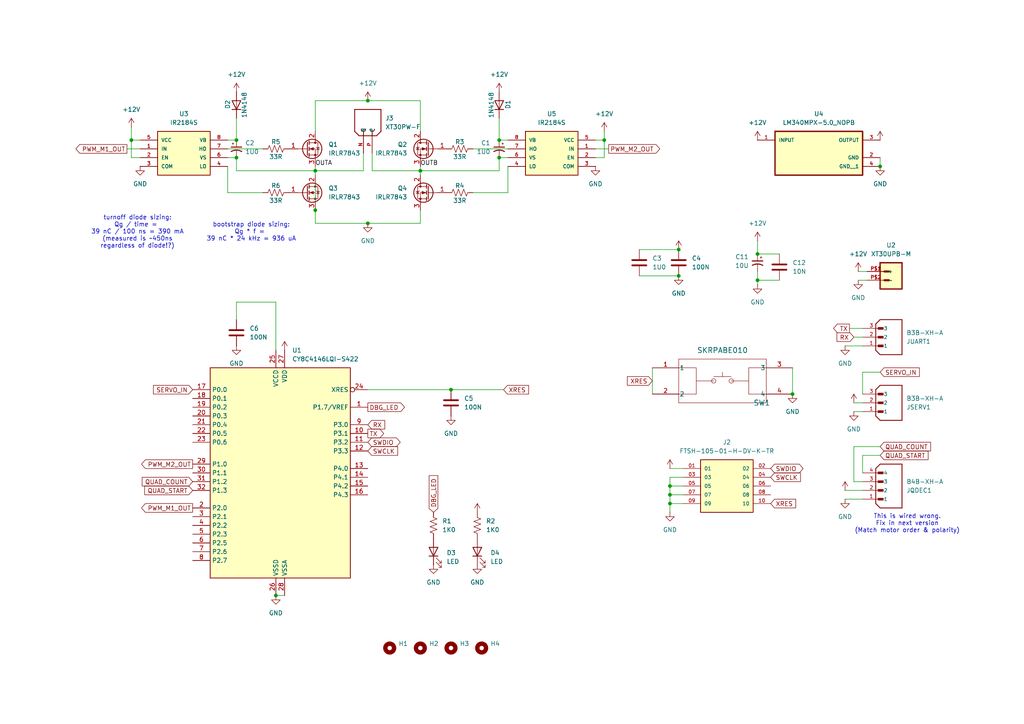
<source format=kicad_sch>
(kicad_sch (version 20231120) (generator "eeschema") (generator_version "8.0")
  (paper "A4")
  (lib_symbols
    (symbol "B3B-XH-A:B3B-XH-A" (pin_names (offset 1.016))
      (property "Reference" "J" (at -2.54 6.35 0))
      (property "Value" "B3B-XH-A" (at -2.54 -7.62 0))
      (symbol "B3B-XH-A_0_0"
        (rectangle (start -3.175 -2.8575) (end -1.5875 -2.2225) (stroke (width 0.1)) (fill (type outline)))
        (rectangle (start -3.175 -0.3175) (end -1.5875 0.3175) (stroke (width 0.1)) (fill (type outline)))
        (rectangle (start -3.175 2.2225) (end -1.5875 2.8575) (stroke (width 0.1)) (fill (type outline)))
        (polyline (pts (xy -3.81 -3.81) (xy -2.54 -5.08)) (stroke (width 0.254)))
        (polyline (pts (xy -3.81 3.81) (xy -3.81 -3.81)) (stroke (width 0.254)))
        (polyline (pts (xy -3.81 3.81) (xy -2.54 5.08)) (stroke (width 0.254)))
        (polyline (pts (xy -2.54 -5.08) (xy 3.81 -5.08)) (stroke (width 0.254)))
        (polyline (pts (xy 3.81 -5.08) (xy 3.81 5.08)) (stroke (width 0.254)))
        (polyline (pts (xy 3.81 5.08) (xy -2.54 5.08)) (stroke (width 0.254)))
        (pin passive line (at -7.62 2.54 0) (length 5.08) (name "1") (number "1"))
        (pin passive line (at -7.62 0 0) (length 5.08) (name "2") (number "2"))
        (pin passive line (at -7.62 -2.54 0) (length 5.08) (name "3") (number "3"))
      )
    )
    (symbol "B4B-XH-A:B4B-XH-A" (pin_names (offset 1.016))
      (property "Reference" "J" (at -2.54 6.35 0))
      (property "Value" "B4B-XH-A" (at -2.54 -10.16 0))
      (symbol "B4B-XH-A_0_0"
        (rectangle (start -3.175 -5.3975) (end -1.5875 -4.7625) (stroke (width 0.1)) (fill (type outline)))
        (rectangle (start -3.175 -2.8575) (end -1.5875 -2.2225) (stroke (width 0.1)) (fill (type outline)))
        (rectangle (start -3.175 -0.3175) (end -1.5875 0.3175) (stroke (width 0.1)) (fill (type outline)))
        (rectangle (start -3.175 2.2225) (end -1.5875 2.8575) (stroke (width 0.1)) (fill (type outline)))
        (polyline (pts (xy -3.81 -6.35) (xy -2.54 -7.62)) (stroke (width 0.254)))
        (polyline (pts (xy -3.81 3.81) (xy -3.81 -6.35)) (stroke (width 0.254)))
        (polyline (pts (xy -3.81 3.81) (xy -2.54 5.08)) (stroke (width 0.254)))
        (polyline (pts (xy -2.54 -7.62) (xy 3.81 -7.62)) (stroke (width 0.254)))
        (polyline (pts (xy 3.81 -7.62) (xy 3.81 5.08)) (stroke (width 0.254)))
        (polyline (pts (xy 3.81 5.08) (xy -2.54 5.08)) (stroke (width 0.254)))
        (pin passive line (at -7.62 2.54 0) (length 5.08) (name "1") (number "1"))
        (pin passive line (at -7.62 0 0) (length 5.08) (name "2") (number "2"))
        (pin passive line (at -7.62 -2.54 0) (length 5.08) (name "3") (number "3"))
        (pin passive line (at -7.62 -5.08 0) (length 5.08) (name "4") (number "4"))
      )
    )
    (symbol "Device:C" (pin_numbers hide) (pin_names (offset 0.254))
      (property "Reference" "C" (at 0.635 2.54 0))
      (property "Value" "C" (at 0.635 -2.54 0))
      (symbol "C_0_1"
        (polyline (pts (xy -2.032 -0.762) (xy 2.032 -0.762)) (stroke (width 0.508)))
        (polyline (pts (xy -2.032 0.762) (xy 2.032 0.762)) (stroke (width 0.508)))
      )
      (symbol "C_1_1"
        (pin passive line (at 0 3.81 270) (length 2.794) (name "~") (number "1"))
        (pin passive line (at 0 -3.81 90) (length 2.794) (name "~") (number "2"))
      )
    )
    (symbol "Device:C_Polarized_Small_US" (pin_numbers hide) (pin_names (offset 0.254) hide)
      (property "Reference" "C" (at 0.254 1.778 0))
      (property "Value" "C_Polarized_Small_US" (at 0.254 -2.032 0))
      (symbol "C_Polarized_Small_US_0_1"
        (polyline (pts (xy -1.524 0.508) (xy 1.524 0.508)) (stroke (width 0.3048)))
        (polyline (pts (xy -1.27 1.524) (xy -0.762 1.524)))
        (polyline (pts (xy -1.016 1.27) (xy -1.016 1.778)))
        (arc (start 1.524 -0.762) (mid 0 -0.3734) (end -1.524 -0.762) (stroke (width 0.3048)))
      )
      (symbol "C_Polarized_Small_US_1_1"
        (pin passive line (at 0 2.54 270) (length 2.032) (name "~") (number "1"))
        (pin passive line (at 0 -2.54 90) (length 2.032) (name "~") (number "2"))
      )
    )
    (symbol "Device:LED" (pin_numbers hide) (pin_names (offset 1.016) hide)
      (property "Reference" "D" (at 0 2.54 0))
      (property "Value" "LED" (at 0 -2.54 0))
      (symbol "LED_0_1"
        (polyline (pts (xy -1.27 -1.27) (xy -1.27 1.27)) (stroke (width 0.254)))
        (polyline (pts (xy -1.27 0) (xy 1.27 0)))
        (polyline (pts (xy 1.27 -1.27) (xy 1.27 1.27) (xy -1.27 0) (xy 1.27 -1.27)) (stroke (width 0.254)))
        (polyline (pts (xy -3.048 -0.762) (xy -4.572 -2.286) (xy -3.81 -2.286) (xy -4.572 -2.286) (xy -4.572 -1.524)))
        (polyline (pts (xy -1.778 -0.762) (xy -3.302 -2.286) (xy -2.54 -2.286) (xy -3.302 -2.286) (xy -3.302 -1.524)))
      )
      (symbol "LED_1_1"
        (pin passive line (at -3.81 0 0) (length 2.54) (name "K") (number "1"))
        (pin passive line (at 3.81 0 180) (length 2.54) (name "A") (number "2"))
      )
    )
    (symbol "Device:Q_NMOS_GDS" (pin_names (offset 0) hide)
      (property "Reference" "Q" (at 5.08 1.27 0))
      (property "Value" "Q_NMOS_GDS" (at 5.08 -1.27 0))
      (symbol "Q_NMOS_GDS_0_1"
        (polyline (pts (xy 0.254 0) (xy -2.54 0)))
        (polyline (pts (xy 0.254 1.905) (xy 0.254 -1.905)) (stroke (width 0.254)))
        (polyline (pts (xy 0.762 -1.27) (xy 0.762 -2.286)) (stroke (width 0.254)))
        (polyline (pts (xy 0.762 0.508) (xy 0.762 -0.508)) (stroke (width 0.254)))
        (polyline (pts (xy 0.762 2.286) (xy 0.762 1.27)) (stroke (width 0.254)))
        (polyline (pts (xy 2.54 2.54) (xy 2.54 1.778)))
        (polyline (pts (xy 2.54 -2.54) (xy 2.54 0) (xy 0.762 0)))
        (polyline (pts (xy 0.762 -1.778) (xy 3.302 -1.778) (xy 3.302 1.778) (xy 0.762 1.778)))
        (polyline (pts (xy 1.016 0) (xy 2.032 0.381) (xy 2.032 -0.381) (xy 1.016 0)) (fill (type outline)))
        (polyline (pts (xy 2.794 0.508) (xy 2.921 0.381) (xy 3.683 0.381) (xy 3.81 0.254)))
        (polyline (pts (xy 3.302 0.381) (xy 2.921 -0.254) (xy 3.683 -0.254) (xy 3.302 0.381)))
        (circle (center 1.651 0) (radius 2.794) (stroke (width 0.254)))
        (circle (center 2.54 -1.778) (radius 0.254) (fill (type outline)))
        (circle (center 2.54 1.778) (radius 0.254) (fill (type outline)))
      )
      (symbol "Q_NMOS_GDS_1_1"
        (pin input line (at -5.08 0 0) (length 2.54) (name "G") (number "1"))
        (pin passive line (at 2.54 5.08 270) (length 2.54) (name "D") (number "2"))
        (pin passive line (at 2.54 -5.08 90) (length 2.54) (name "S") (number "3"))
      )
    )
    (symbol "Device:R_US" (pin_numbers hide) (pin_names (offset 0))
      (property "Reference" "R" (at 2.54 0 90))
      (property "Value" "R_US" (at -2.54 0 90))
      (symbol "R_US_0_1"
        (polyline (pts (xy 0 -2.286) (xy 0 -2.54)))
        (polyline (pts (xy 0 2.286) (xy 0 2.54)))
        (polyline (pts (xy 0 -0.762) (xy 1.016 -1.143) (xy 0 -1.524) (xy -1.016 -1.905) (xy 0 -2.286)))
        (polyline (pts (xy 0 0.762) (xy 1.016 0.381) (xy 0 0) (xy -1.016 -0.381) (xy 0 -0.762)))
        (polyline (pts (xy 0 2.286) (xy 1.016 1.905) (xy 0 1.524) (xy -1.016 1.143) (xy 0 0.762)))
      )
      (symbol "R_US_1_1"
        (pin passive line (at 0 3.81 270) (length 1.27) (name "~") (number "1"))
        (pin passive line (at 0 -3.81 90) (length 1.27) (name "~") (number "2"))
      )
    )
    (symbol "Diode:1N4148" (pin_numbers hide) (pin_names hide)
      (property "Reference" "D" (at 0 2.54 0))
      (property "Value" "1N4148" (at 0 -2.54 0))
      (symbol "1N4148_0_1"
        (polyline (pts (xy -1.27 1.27) (xy -1.27 -1.27)) (stroke (width 0.254)))
        (polyline (pts (xy 1.27 0) (xy -1.27 0)))
        (polyline (pts (xy 1.27 1.27) (xy 1.27 -1.27) (xy -1.27 0) (xy 1.27 1.27)) (stroke (width 0.254)))
      )
      (symbol "1N4148_1_1"
        (pin passive line (at -3.81 0 0) (length 2.54) (name "K") (number "1"))
        (pin passive line (at 3.81 0 180) (length 2.54) (name "A") (number "2"))
      )
    )
    (symbol "FTSH-105-01-H-DV-K-TR:FTSH-105-01-H-DV-K-TR" (pin_names (offset 1.016))
      (property "Reference" "J" (at -8.12 7.62 0))
      (property "Value" "FTSH-105-01-H-DV-K-TR" (at -7.62 -10.16 0))
      (symbol "FTSH-105-01-H-DV-K-TR_0_0"
        (rectangle (start -7.62 -7.62) (end 7.62 7.62) (stroke (width 0.254)) (fill (type background)))
        (pin passive line (at -12.7 5.08 0) (length 5.08) (name "01") (number "01"))
        (pin passive line (at 12.7 5.08 180) (length 5.08) (name "02") (number "02"))
        (pin passive line (at -12.7 2.54 0) (length 5.08) (name "03") (number "03"))
        (pin passive line (at 12.7 2.54 180) (length 5.08) (name "04") (number "04"))
        (pin passive line (at -12.7 0 0) (length 5.08) (name "05") (number "05"))
        (pin passive line (at 12.7 0 180) (length 5.08) (name "06") (number "06"))
        (pin passive line (at -12.7 -2.54 0) (length 5.08) (name "07") (number "07"))
        (pin passive line (at 12.7 -2.54 180) (length 5.08) (name "08") (number "08"))
        (pin passive line (at -12.7 -5.08 0) (length 5.08) (name "09") (number "09"))
        (pin passive line (at 12.7 -5.08 180) (length 5.08) (name "10") (number "10"))
      )
    )
    (symbol "IR2184S:IR2184S" (pin_names (offset 1.016))
      (property "Reference" "U" (at -7.62 6.604 0))
      (symbol "IR2184S_0_0"
        (rectangle (start -7.62 -7.62) (end 7.62 5.08) (stroke (width 0.254)) (fill (type background)))
        (pin bidirectional line (at -12.7 0 0) (length 5.08) (name "IN") (number "1"))
        (pin bidirectional line (at -12.7 -2.54 0) (length 5.08) (name "EN") (number "2"))
        (pin bidirectional line (at -12.7 -5.08 0) (length 5.08) (name "COM") (number "3"))
        (pin bidirectional line (at 12.7 -5.08 180) (length 5.08) (name "LO") (number "4"))
        (pin bidirectional line (at -12.7 2.54 0) (length 5.08) (name "VCC") (number "5"))
        (pin bidirectional line (at 12.7 -2.54 180) (length 5.08) (name "VS") (number "6"))
        (pin bidirectional line (at 12.7 0 180) (length 5.08) (name "HO") (number "7"))
        (pin bidirectional line (at 12.7 2.54 180) (length 5.08) (name "VB") (number "8"))
      )
    )
    (symbol "LM340MPX-5.0_NOPB:LM340MPX-5.0_NOPB" (pin_names (offset 1.016))
      (property "Reference" "U" (at -12.7 6.08 0))
      (property "Value" "LM340MPX-5.0_NOPB" (at -12.7 -11.62 0))
      (symbol "LM340MPX-5.0_NOPB_0_0"
        (rectangle (start -12.7 -7.62) (end 12.7 5.08) (stroke (width 0.41)) (fill (type background)))
        (pin input line (at -17.78 2.54 0) (length 5.08) (name "INPUT") (number "1"))
        (pin power_in line (at 17.78 -2.54 180) (length 5.08) (name "GND") (number "2"))
        (pin output line (at 17.78 2.54 180) (length 5.08) (name "OUTPUT") (number "3"))
        (pin power_in line (at 17.78 -5.08 180) (length 5.08) (name "GND__1") (number "4"))
      )
    )
    (symbol "MCU_Cypress:CY8C4146LQI-S422"
      (property "Reference" "U" (at -19.05 31.75 0))
      (property "Value" "CY8C4146LQI-S422" (at 0 0 0))
      (symbol "CY8C4146LQI-S422_1_1"
        (rectangle (start -20.32 30.48) (end 20.32 -30.48) (stroke (width 0.254)) (fill (type background)))
        (pin bidirectional line (at 25.4 19.05 180) (length 5.08) (name "P1.7/VREF") (number "1"))
        (pin bidirectional line (at 25.4 11.43 180) (length 5.08) (name "P3.1") (number "10"))
        (pin bidirectional line (at 25.4 8.89 180) (length 5.08) (name "P3.2") (number "11"))
        (pin bidirectional line (at 25.4 6.35 180) (length 5.08) (name "P3.3") (number "12"))
        (pin bidirectional line (at 25.4 1.27 180) (length 5.08) (name "P4.0") (number "13"))
        (pin bidirectional line (at 25.4 -1.27 180) (length 5.08) (name "P4.1") (number "14"))
        (pin bidirectional line (at 25.4 -3.81 180) (length 5.08) (name "P4.2") (number "15"))
        (pin bidirectional line (at 25.4 -6.35 180) (length 5.08) (name "P4.3") (number "16"))
        (pin bidirectional line (at -25.4 24.13 0) (length 5.08) (name "P0.0") (number "17"))
        (pin bidirectional line (at -25.4 21.59 0) (length 5.08) (name "P0.1") (number "18"))
        (pin bidirectional line (at -25.4 19.05 0) (length 5.08) (name "P0.2") (number "19"))
        (pin bidirectional line (at -25.4 -10.16 0) (length 5.08) (name "P2.0") (number "2"))
        (pin bidirectional line (at -25.4 16.51 0) (length 5.08) (name "P0.3") (number "20"))
        (pin bidirectional line (at -25.4 13.97 0) (length 5.08) (name "P0.4") (number "21"))
        (pin bidirectional line (at -25.4 11.43 0) (length 5.08) (name "P0.5") (number "22"))
        (pin bidirectional line (at -25.4 8.89 0) (length 5.08) (name "P0.6") (number "23"))
        (pin input inverted (at 25.4 24.13 180) (length 5.08) (name "XRES") (number "24"))
        (pin power_in line (at -1.27 35.56 270) (length 5.08) (name "VCCD") (number "25"))
        (pin power_in line (at -1.27 -35.56 90) (length 5.08) (name "VSSD") (number "26"))
        (pin power_in line (at 1.27 35.56 270) (length 5.08) (name "VDD") (number "27"))
        (pin power_in line (at 1.27 -35.56 90) (length 5.08) (name "VSSA") (number "28"))
        (pin bidirectional line (at -25.4 2.54 0) (length 5.08) (name "P1.0") (number "29"))
        (pin bidirectional line (at -25.4 -12.7 0) (length 5.08) (name "P2.1") (number "3"))
        (pin bidirectional line (at -25.4 0 0) (length 5.08) (name "P1.1") (number "30"))
        (pin bidirectional line (at -25.4 -2.54 0) (length 5.08) (name "P1.2") (number "31"))
        (pin bidirectional line (at -25.4 -5.08 0) (length 5.08) (name "P1.3") (number "32"))
        (pin bidirectional line (at -25.4 -15.24 0) (length 5.08) (name "P2.2") (number "4"))
        (pin bidirectional line (at -25.4 -17.78 0) (length 5.08) (name "P2.3") (number "5"))
        (pin bidirectional line (at -25.4 -20.32 0) (length 5.08) (name "P2.5") (number "6"))
        (pin bidirectional line (at -25.4 -22.86 0) (length 5.08) (name "P2.6") (number "7"))
        (pin bidirectional line (at -25.4 -25.4 0) (length 5.08) (name "P2.7") (number "8"))
        (pin bidirectional line (at 25.4 13.97 180) (length 5.08) (name "P3.0") (number "9"))
      )
    )
    (symbol "Mechanical:MountingHole" (pin_names (offset 1.016)) (exclude_from_sim yes) (in_bom no)
      (property "Reference" "H" (at 0 5.08 0))
      (property "Value" "MountingHole" (at 0 3.175 0))
      (symbol "MountingHole_0_1"
        (circle (center 0 0) (radius 1.27) (stroke (width 1.27)))
      )
    )
    (symbol "SKRPAB:SKRPABE010" (pin_names (offset 0.254))
      (property "Reference" "SW" (at 20.32 7.62 0))
      (property "Value" "SKRPABE010" (at 20.32 5.08 0))
      (symbol "SKRPABE010_0_1"
        (polyline (pts (xy 7.62 -10.16) (xy 33.02 -10.16)) (stroke (width 0.127)))
        (polyline (pts (xy 7.62 -7.62) (xy 12.7 -7.62)) (stroke (width 0.127)))
        (polyline (pts (xy 7.62 0) (xy 12.7 0)) (stroke (width 0.127)))
        (polyline (pts (xy 7.62 2.54) (xy 7.62 -10.16)) (stroke (width 0.127)))
        (polyline (pts (xy 12.7 -3.81) (xy 17.78 -3.81)) (stroke (width 0.127)))
        (polyline (pts (xy 12.7 0) (xy 12.7 -7.62)) (stroke (width 0.127)))
        (polyline (pts (xy 17.78 -2.54) (xy 22.86 -2.54)) (stroke (width 0.127)))
        (polyline (pts (xy 20.32 -2.54) (xy 20.32 -1.27)) (stroke (width 0.127)))
        (polyline (pts (xy 27.94 -3.81) (xy 22.86 -3.81)) (stroke (width 0.127)))
        (polyline (pts (xy 27.94 0) (xy 27.94 -7.62)) (stroke (width 0.127)))
        (polyline (pts (xy 27.94 0) (xy 33.02 0)) (stroke (width 0.127)))
        (polyline (pts (xy 33.02 -10.16) (xy 33.02 2.54)) (stroke (width 0.127)))
        (polyline (pts (xy 33.02 -7.62) (xy 27.94 -7.62)) (stroke (width 0.127)))
        (polyline (pts (xy 33.02 2.54) (xy 7.62 2.54)) (stroke (width 0.127)))
        (circle (center 17.78 -3.81) (radius 0.635) (stroke (width 0.127)))
        (circle (center 22.86 -3.81) (radius 0.635) (stroke (width 0.127)))
        (pin unspecified line (at 0 0 0) (length 7.62) (name "1") (number "1"))
        (pin unspecified line (at 0 -7.62 0) (length 7.62) (name "2") (number "2"))
        (pin unspecified line (at 40.64 0 180) (length 7.62) (name "3") (number "3"))
        (pin unspecified line (at 40.64 -7.62 180) (length 7.62) (name "4") (number "4"))
      )
    )
    (symbol "XT30PW-F:XT30PW-F" (pin_names (offset 1.016))
      (property "Reference" "J" (at -7.62 3.81 0))
      (property "Value" "XT30PW-F" (at -7.62 -7.62 0))
      (symbol "XT30PW-F_0_0"
        (arc (start -1.905 -3.175) (mid -1.2727 -2.54) (end -1.905 -1.905) (stroke (width 0.254)))
        (arc (start -1.905 -0.635) (mid -1.2727 0) (end -1.905 0.635) (stroke (width 0.254)))
        (polyline (pts (xy -7.62 -5.08) (xy -7.62 2.54)) (stroke (width 0.254)))
        (polyline (pts (xy -7.62 2.54) (xy -1.27 2.54)) (stroke (width 0.254)))
        (polyline (pts (xy -1.27 -5.08) (xy -7.62 -5.08)) (stroke (width 0.254)))
        (polyline (pts (xy 0 -3.81) (xy -1.27 -5.08)) (stroke (width 0.254)))
        (polyline (pts (xy 0 -2.54) (xy -1.27 -2.54)) (stroke (width 0.254)))
        (polyline (pts (xy 0 0) (xy -1.27 0)) (stroke (width 0.254)))
        (polyline (pts (xy 0 0) (xy 0 -3.81)) (stroke (width 0.254)))
        (polyline (pts (xy 0 1.27) (xy -1.27 2.54)) (stroke (width 0.254)))
        (polyline (pts (xy 0 1.27) (xy 0 0)) (stroke (width 0.254)))
        (pin power_in line (at 5.08 -2.54 180) (length 5.08) (name "N") (number "N"))
        (pin power_in line (at 5.08 0 180) (length 5.08) (name "P") (number "P"))
      )
    )
    (symbol "XT30UPB-M:XT30UPB-M" (pin_names (offset 1.016))
      (property "Reference" "U" (at -2.54 5.588 0))
      (property "Value" "XT30UPB-M" (at -2.54 -4.826 0))
      (symbol "XT30UPB-M_0_0"
        (rectangle (start -2.54 -2.54) (end 3.81 5.08) (stroke (width 0.4064)) (fill (type background)))
        (polyline (pts (xy 1.27 0) (xy 2.54 0)) (stroke (width 0.6096)))
        (polyline (pts (xy 1.27 2.54) (xy 2.54 2.54)) (stroke (width 0.6096)))
        (pin passive line (at 7.62 2.54 180) (length 5.08) (name "+") (number "P$1"))
        (pin passive line (at 7.62 0 180) (length 5.08) (name "-") (number "P$2"))
      )
    )
    (symbol "power:+12V" (power) (pin_numbers hide) (pin_names (offset 0) hide)
      (property "Value" "+12V" (at 0 3.556 0))
      (symbol "+12V_0_1"
        (polyline (pts (xy -0.762 1.27) (xy 0 2.54)))
        (polyline (pts (xy 0 0) (xy 0 2.54)))
        (polyline (pts (xy 0 2.54) (xy 0.762 1.27)))
      )
      (symbol "+12V_1_1"
        (pin power_in line (at 0 0 90) (length 0) (name "~") (number "1"))
      )
    )
    (symbol "power:GND" (power) (pin_numbers hide) (pin_names (offset 0) hide)
      (property "Value" "GND" (at 0 -3.81 0))
      (symbol "GND_0_1"
        (polyline (pts (xy 0 0) (xy 0 -1.27) (xy 1.27 -1.27) (xy 0 -2.54) (xy -1.27 -1.27) (xy 0 -1.27)))
      )
      (symbol "GND_1_1"
        (pin power_in line (at 0 0 270) (length 0) (name "~") (number "1"))
      )
    )
    (symbol "power:VCC" (power) (pin_numbers hide) (pin_names (offset 0) hide)
      (property "Value" "VCC" (at 0 3.556 0))
      (symbol "VCC_0_1"
        (polyline (pts (xy -0.762 1.27) (xy 0 2.54)))
        (polyline (pts (xy 0 0) (xy 0 2.54)))
        (polyline (pts (xy 0 2.54) (xy 0.762 1.27)))
      )
      (symbol "VCC_1_1"
        (pin power_in line (at 0 0 90) (length 0) (name "~") (number "1"))
      )
    )
  )
  (junction (at 229.87 114.3))
  (junction (at 121.92 49.53))
  (junction (at 194.31 143.51))
  (junction (at 68.58 40.64))
  (junction (at 80.01 172.72))
  (junction (at 106.68 29.21))
  (junction (at 130.81 113.03))
  (junction (at 91.44 60.96))
  (junction (at 144.78 45.72))
  (junction (at 219.71 73.66))
  (junction (at 144.78 40.64))
  (junction (at 194.31 140.97))
  (junction (at 91.44 49.53))
  (junction (at 255.27 48.26))
  (junction (at 38.1 40.64))
  (junction (at 194.31 146.05))
  (junction (at 219.71 81.28))
  (junction (at 196.85 72.39))
  (junction (at 196.85 80.01))
  (junction (at 175.26 40.64))
  (junction (at 68.58 45.72))
  (junction (at 106.68 64.77))
  (wire (pts (xy 137.16 43.18) (xy 147.32 43.18)))
  (wire (pts (xy 40.64 45.72) (xy 38.1 45.72)))
  (wire (pts (xy 80.01 87.63) (xy 68.58 87.63)))
  (wire (pts (xy 121.92 60.96) (xy 121.92 64.77)))
  (wire (pts (xy 255.27 129.54) (xy 247.65 129.54)))
  (wire (pts (xy 130.81 113.03) (xy 106.68 113.03)))
  (wire (pts (xy 194.31 135.89) (xy 198.12 135.89)))
  (wire (pts (xy 247.65 119.38) (xy 250.19 119.38)))
  (wire (pts (xy 146.05 113.03) (xy 130.81 113.03)))
  (wire (pts (xy 68.58 49.53) (xy 91.44 49.53)))
  (wire (pts (xy 219.71 81.28) (xy 219.71 78.74)))
  (wire (pts (xy 144.78 40.64) (xy 147.32 40.64)))
  (wire (pts (xy 121.92 48.26) (xy 121.92 49.53)))
  (wire (pts (xy 66.04 48.26) (xy 66.04 55.88)))
  (wire (pts (xy 175.26 38.1) (xy 175.26 40.64)))
  (wire (pts (xy 144.78 45.72) (xy 147.32 45.72)))
  (wire (pts (xy 175.26 40.64) (xy 175.26 45.72)))
  (wire (pts (xy 91.44 53.34) (xy 91.44 60.96)))
  (wire (pts (xy 229.87 106.68) (xy 229.87 114.3)))
  (wire (pts (xy 250.19 132.08) (xy 250.19 137.16)))
  (wire (pts (xy 91.44 64.77) (xy 106.68 64.77)))
  (wire (pts (xy 246.38 95.25) (xy 250.19 95.25)))
  (wire (pts (xy 105.41 44.45) (xy 105.41 49.53)))
  (wire (pts (xy 66.04 40.64) (xy 68.58 40.64)))
  (wire (pts (xy 245.11 144.78) (xy 250.19 144.78)))
  (wire (pts (xy 255.27 45.72) (xy 255.27 48.26)))
  (wire (pts (xy 137.16 55.88) (xy 147.32 55.88)))
  (wire (pts (xy 68.58 49.53) (xy 68.58 45.72)))
  (wire (pts (xy 198.12 138.43) (xy 194.31 138.43)))
  (wire (pts (xy 38.1 45.72) (xy 38.1 40.64)))
  (wire (pts (xy 185.42 80.01) (xy 196.85 80.01)))
  (wire (pts (xy 255.27 107.95) (xy 250.19 107.95)))
  (wire (pts (xy 107.95 44.45) (xy 107.95 49.53)))
  (wire (pts (xy 80.01 172.72) (xy 82.55 172.72)))
  (wire (pts (xy 91.44 29.21) (xy 106.68 29.21)))
  (wire (pts (xy 38.1 36.83) (xy 38.1 40.64)))
  (wire (pts (xy 91.44 29.21) (xy 91.44 38.1)))
  (wire (pts (xy 194.31 148.59) (xy 194.31 146.05)))
  (wire (pts (xy 251.46 78.74) (xy 248.92 78.74)))
  (wire (pts (xy 68.58 34.29) (xy 68.58 40.64)))
  (wire (pts (xy 194.31 138.43) (xy 194.31 140.97)))
  (wire (pts (xy 247.65 97.79) (xy 250.19 97.79)))
  (wire (pts (xy 219.71 82.55) (xy 219.71 81.28)))
  (wire (pts (xy 91.44 49.53) (xy 91.44 50.8)))
  (wire (pts (xy 91.44 60.96) (xy 91.44 64.77)))
  (wire (pts (xy 219.71 81.28) (xy 226.06 81.28)))
  (wire (pts (xy 107.95 49.53) (xy 121.92 49.53)))
  (wire (pts (xy 185.42 72.39) (xy 196.85 72.39)))
  (wire (pts (xy 194.31 146.05) (xy 198.12 146.05)))
  (wire (pts (xy 144.78 34.29) (xy 144.78 40.64)))
  (wire (pts (xy 245.11 142.24) (xy 250.19 142.24)))
  (wire (pts (xy 219.71 69.85) (xy 219.71 73.66)))
  (wire (pts (xy 247.65 116.84) (xy 250.19 116.84)))
  (wire (pts (xy 251.46 81.28) (xy 248.92 81.28)))
  (wire (pts (xy 189.23 106.68) (xy 189.23 114.3)))
  (wire (pts (xy 245.11 100.33) (xy 250.19 100.33)))
  (wire (pts (xy 38.1 40.64) (xy 40.64 40.64)))
  (wire (pts (xy 36.83 43.18) (xy 40.64 43.18)))
  (wire (pts (xy 66.04 43.18) (xy 76.2 43.18)))
  (wire (pts (xy 147.32 48.26) (xy 147.32 55.88)))
  (wire (pts (xy 194.31 140.97) (xy 198.12 140.97)))
  (wire (pts (xy 80.01 101.6) (xy 80.01 87.63)))
  (wire (pts (xy 106.68 64.77) (xy 121.92 64.77)))
  (wire (pts (xy 172.72 45.72) (xy 175.26 45.72)))
  (wire (pts (xy 194.31 143.51) (xy 198.12 143.51)))
  (wire (pts (xy 247.65 139.7) (xy 250.19 139.7)))
  (wire (pts (xy 255.27 132.08) (xy 250.19 132.08)))
  (wire (pts (xy 250.19 107.95) (xy 250.19 114.3)))
  (wire (pts (xy 247.65 129.54) (xy 247.65 139.7)))
  (wire (pts (xy 121.92 49.53) (xy 121.92 50.8)))
  (wire (pts (xy 144.78 49.53) (xy 144.78 45.72)))
  (wire (pts (xy 172.72 43.18) (xy 176.53 43.18)))
  (wire (pts (xy 121.92 29.21) (xy 121.92 38.1)))
  (wire (pts (xy 105.41 49.53) (xy 91.44 49.53)))
  (wire (pts (xy 172.72 40.64) (xy 175.26 40.64)))
  (wire (pts (xy 194.31 140.97) (xy 194.31 143.51)))
  (wire (pts (xy 121.92 29.21) (xy 106.68 29.21)))
  (wire (pts (xy 66.04 45.72) (xy 68.58 45.72)))
  (wire (pts (xy 91.44 48.26) (xy 91.44 49.53)))
  (wire (pts (xy 68.58 87.63) (xy 68.58 92.71)))
  (wire (pts (xy 194.31 143.51) (xy 194.31 146.05)))
  (wire (pts (xy 66.04 55.88) (xy 76.2 55.88)))
  (wire (pts (xy 121.92 49.53) (xy 144.78 49.53)))
  (wire (pts (xy 219.71 73.66) (xy 226.06 73.66)))
  (text "bootstrap diode sizing:\nQg * f = \n39 nC * 24 kHz = 936 uA" (at 72.898 67.31 0) (effects (font (size 1.27 1.27))))
  (text "turnoff diode sizing:\nQg / time = \n39 nC / 100 ns = 390 mA\n(measured is ~450ns\nregardless of diode!?)" (at 39.878 67.31 0) (effects (font (size 1.27 1.27))))
  (text "This is wired wrong.\nFix in next version\n(Match motor order & polarity)" (at 263.144 151.892 0) (effects (font (size 1.27 1.27))))
  (label "OUTB" (at 121.92 48.26 0))
  (label "OUTA" (at 91.44 48.26 0))
  (global_label "SWDIO" (shape bidirectional) (at 106.68 128.27 0) (property "Intersheetrefs" "${INTERSHEET_REFS}" (effects (hide yes))))
  (global_label "RX" (shape input) (at 247.65 97.79 180) (property "Intersheetrefs" "${INTERSHEET_REFS}" (effects (hide yes))))
  (global_label "SERVO_IN" (shape input) (at 255.27 107.95 0) (property "Intersheetrefs" "${INTERSHEET_REFS}" (effects (hide yes))))
  (global_label "QUAD_START" (shape input) (at 55.88 142.24 180) (property "Intersheetrefs" "${INTERSHEET_REFS}" (effects (hide yes))))
  (global_label "XRES" (shape input) (at 146.05 113.03 0) (property "Intersheetrefs" "${INTERSHEET_REFS}" (effects (hide yes))))
  (global_label "SWCLK" (shape input) (at 106.68 130.81 0) (property "Intersheetrefs" "${INTERSHEET_REFS}" (effects (hide yes))))
  (global_label "SWCLK" (shape input) (at 223.52 138.43 0) (property "Intersheetrefs" "${INTERSHEET_REFS}" (effects (hide yes))))
  (global_label "TX" (shape output) (at 246.38 95.25 180) (property "Intersheetrefs" "${INTERSHEET_REFS}" (effects (hide yes))))
  (global_label "SWDIO" (shape bidirectional) (at 223.52 135.89 0) (property "Intersheetrefs" "${INTERSHEET_REFS}" (effects (hide yes))))
  (global_label "DBG_LED" (shape output) (at 106.68 118.11 0) (property "Intersheetrefs" "${INTERSHEET_REFS}" (effects (hide yes))))
  (global_label "XRES" (shape input) (at 223.52 146.05 0) (property "Intersheetrefs" "${INTERSHEET_REFS}" (effects (hide yes))))
  (global_label "QUAD_COUNT" (shape input) (at 55.88 139.7 180) (property "Intersheetrefs" "${INTERSHEET_REFS}" (effects (hide yes))))
  (global_label "RX" (shape input) (at 106.68 123.19 0) (property "Intersheetrefs" "${INTERSHEET_REFS}" (effects (hide yes))))
  (global_label "XRES" (shape input) (at 189.23 110.49 180) (property "Intersheetrefs" "${INTERSHEET_REFS}" (effects (hide yes))))
  (global_label "PWM_M2_OUT" (shape output) (at 55.88 134.62 180) (property "Intersheetrefs" "${INTERSHEET_REFS}" (effects (hide yes))))
  (global_label "QUAD_START" (shape input) (at 255.27 132.08 0) (property "Intersheetrefs" "${INTERSHEET_REFS}" (effects (hide yes))))
  (global_label "SERVO_IN" (shape input) (at 55.88 113.03 180) (property "Intersheetrefs" "${INTERSHEET_REFS}" (effects (hide yes))))
  (global_label "PWM_M1_OUT" (shape output) (at 36.83 43.18 180) (property "Intersheetrefs" "${INTERSHEET_REFS}" (effects (hide yes))))
  (global_label "TX" (shape output) (at 106.68 125.73 0) (property "Intersheetrefs" "${INTERSHEET_REFS}" (effects (hide yes))))
  (global_label "DBG_LED" (shape input) (at 125.73 148.59 90) (property "Intersheetrefs" "${INTERSHEET_REFS}" (effects (hide yes))))
  (global_label "PWM_M1_OUT" (shape output) (at 55.88 147.32 180) (property "Intersheetrefs" "${INTERSHEET_REFS}" (effects (hide yes))))
  (global_label "QUAD_COUNT" (shape input) (at 255.27 129.54 0) (property "Intersheetrefs" "${INTERSHEET_REFS}" (effects (hide yes))))
  (global_label "PWM_M2_OUT" (shape output) (at 176.53 43.18 0) (property "Intersheetrefs" "${INTERSHEET_REFS}" (effects (hide yes))))
  (symbol (lib_id "power:VCC") (at 196.85 72.39 0) (unit 1)
    (property "Reference" "#PWR015" (effects (hide yes)))
    (property "Value" "VCC" (effects (hide yes)))
    (property "Description" "Power symbol creates a global label with name \"VCC\"" (effects (hide yes)))
  )
  (symbol (lib_id "LM340MPX-5.0_NOPB:LM340MPX-5.0_NOPB") (at 237.49 43.18 0) (unit 1)
    (property "Reference" "U4" (at 237.49 33.02 0))
    (property "Value" "LM340MPX-5.0_NOPB" (at 237.49 35.56 0))
    (property "Footprint" "LM340MPX_5_0_NOPB:SOT230P700X180-4N" (effects (hide yes)))
    (property "MF" "Texas Instruments" (effects (hide yes)))
    (property "DESCRIPTION" "Linear Voltage Regulator IC 1 Output 1.5A SOT-223-4" (effects (hide yes)))
    (property "PACKAGE" "MSOP-12 National Semiconductor" (effects (hide yes)))
    (property "PRICE" "None" (effects (hide yes)))
    (property "MP" "LM340MP50" (effects (hide yes)))
    (property "AVAILABILITY" "Unavailable" (effects (hide yes)))
  )
  (symbol (lib_id "power:GND") (at 68.58 100.33 0) (unit 1)
    (property "Reference" "#PWR032" (effects (hide yes)))
    (property "Value" "GND" (at 68.58 105.41 0))
    (property "Description" "Power symbol creates a global label with name \"GND\" , ground" (effects (hide yes)))
  )
  (symbol (lib_id "Device:Q_NMOS_GDS") (at 88.9 43.18 0) (unit 1)
    (property "Reference" "Q1" (at 95.25 41.9099 0) (effects (justify left)))
    (property "Value" "IRLR7843" (at 95.25 44.4499 0) (effects (justify left)))
    (property "Footprint" "Package_TO_SOT_SMD:TO-252-2" (effects (hide yes)))
    (property "Description" "N-MOSFET transistor, gate/drain/source" (effects (hide yes)))
  )
  (symbol (lib_id "Device:C") (at 196.85 76.2 0) (unit 1)
    (property "Reference" "C4" (at 200.66 74.9299 0) (effects (justify left)))
    (property "Value" "100N" (at 200.66 77.4699 0) (effects (justify left)))
    (property "Footprint" "Capacitor_SMD:C_0603_1608Metric" (effects (hide yes)))
    (property "Description" "Unpolarized capacitor" (effects (hide yes)))
  )
  (symbol (lib_id "Diode:1N4148") (at 144.78 30.48 270) (mirror x) (unit 1)
    (property "Reference" "D1" (at 147.32 28.956 0) (effects (justify right)))
    (property "Value" "1N4148" (at 142.494 26.67 0) (effects (justify right)))
    (property "Footprint" "Diode_SMD:D_0603_1608Metric" (effects (hide yes)))
    (property "Datasheet" "https://assets.nexperia.com/documents/data-sheet/1N4148_1N4448.pdf" (effects (hide yes)))
    (property "Description" "100V 0.15A standard switching diode, DO-35" (effects (hide yes)))
    (property "Sim.Device" "D" (effects (hide yes)))
    (property "Sim.Pins" "1=K 2=A" (effects (hide yes)))
  )
  (symbol (lib_id "power:VCC") (at 247.65 116.84 0) (mirror y) (unit 1)
    (property "Reference" "#PWR025" (effects (hide yes)))
    (property "Value" "VCC" (effects (hide yes)))
    (property "Description" "Power symbol creates a global label with name \"VCC\"" (effects (hide yes)))
  )
  (symbol (lib_id "power:GND") (at 248.92 81.28 0) (mirror y) (unit 1)
    (property "Reference" "#PWR04" (effects (hide yes)))
    (property "Value" "GND" (at 248.92 86.36 0))
    (property "Description" "Power symbol creates a global label with name \"GND\" , ground" (effects (hide yes)))
  )
  (symbol (lib_id "Device:R_US") (at 80.01 55.88 270) (unit 1)
    (property "Reference" "R6" (at 80.01 53.848 90))
    (property "Value" "33R" (at 80.01 58.166 90))
    (property "Footprint" "Resistor_SMD:R_0603_1608Metric" (effects (hide yes)))
    (property "Description" "Resistor, US symbol" (effects (hide yes)))
  )
  (symbol (lib_id "power:GND") (at 130.81 120.65 0) (unit 1)
    (property "Reference" "#PWR031" (effects (hide yes)))
    (property "Value" "GND" (at 130.81 125.73 0))
    (property "Description" "Power symbol creates a global label with name \"GND\" , ground" (effects (hide yes)))
  )
  (symbol (lib_id "XT30UPB-M:XT30UPB-M") (at 259.08 81.28 0) (mirror y) (unit 1)
    (property "Reference" "U2" (at 258.445 71.12 0))
    (property "Value" "XT30UPB-M" (at 258.445 73.66 0))
    (property "Footprint" "XT30UPB-M:XT30UPB-M" (effects (hide yes)))
    (property "MF" "amass" (effects (hide yes)))
    (property "Description_1" "\nSocket; DC supply; XT30; male; PIN: 2; on PCBs; THT; yellow; 15A; 500V\n" (effects (hide yes)))
    (property "Package" "None" (effects (hide yes)))
    (property "Price" "None" (effects (hide yes)))
    (property "SnapEDA_Link" "https://www.snapeda.com/parts/XT30UPB-M/AMASS/view-part/?ref=snap" (effects (hide yes)))
    (property "MP" "XT30UPB-M" (effects (hide yes)))
    (property "Availability" "Not in stock" (effects (hide yes)))
    (property "Check_prices" "https://www.snapeda.com/parts/XT30UPB-M/AMASS/view-part/?ref=eda" (effects (hide yes)))
  )
  (symbol (lib_id "power:+12V") (at 219.71 69.85 0) (unit 1)
    (property "Reference" "#PWR017" (effects (hide yes)))
    (property "Value" "+12V" (at 219.71 64.77 0))
    (property "Description" "Power symbol creates a global label with name \"+12V\"" (effects (hide yes)))
  )
  (symbol (lib_id "B3B-XH-A:B3B-XH-A") (at 257.81 116.84 0) (mirror x) (unit 1)
    (property "Reference" "JSERV1" (at 262.89 118.1101 0) (effects (justify left)))
    (property "Value" "B3B-XH-A" (at 262.89 115.5701 0) (effects (justify left)))
    (property "Footprint" "B3B-XH-A:JST_B3B-XH-A" (effects (hide yes)))
    (property "MF" "JST Sales" (effects (hide yes)))
    (property "MAXIMUM_PACKAGE_HEIGHT" "7.00 mm" (effects (hide yes)))
    (property "Package" "None" (effects (hide yes)))
    (property "Price" "None" (effects (hide yes)))
    (property "Check_prices" "https://www.snapeda.com/parts/B3B-XH-A/JST+Sales+America+Inc./view-part/?ref=eda" (effects (hide yes)))
    (property "STANDARD" "Manufacturer Recommendations" (effects (hide yes)))
    (property "PARTREV" "7/4/21" (effects (hide yes)))
    (property "SnapEDA_Link" "https://www.snapeda.com/parts/B3B-XH-A/JST+Sales+America+Inc./view-part/?ref=snap" (effects (hide yes)))
    (property "MP" "B3B-XH-A" (effects (hide yes)))
    (property "Description_1" "\nConnector Header Through Hole 3 position 0.098 (2.50mm)\n" (effects (hide yes)))
    (property "Availability" "In Stock" (effects (hide yes)))
    (property "MANUFACTURER" "JST Sales America Inc." (effects (hide yes)))
  )
  (symbol (lib_id "power:GND") (at 125.73 163.83 0) (unit 1)
    (property "Reference" "#PWR020" (effects (hide yes)))
    (property "Value" "GND" (at 125.73 168.91 0))
    (property "Description" "Power symbol creates a global label with name \"GND\" , ground" (effects (hide yes)))
  )
  (symbol (lib_id "Device:LED") (at 125.73 160.02 90) (unit 1)
    (property "Reference" "D3" (at 129.54 160.3374 90) (effects (justify right)))
    (property "Value" "LED" (at 129.54 162.8774 90) (effects (justify right)))
    (property "Footprint" "LED_SMD:LED_0603_1608Metric_Pad1.05x0.95mm_HandSolder" (effects (hide yes)))
    (property "Description" "Light emitting diode" (effects (hide yes)))
  )
  (symbol (lib_id "power:VCC") (at 255.27 40.64 0) (unit 1)
    (property "Reference" "#PWR029" (effects (hide yes)))
    (property "Value" "VCC" (effects (hide yes)))
    (property "Description" "Power symbol creates a global label with name \"VCC\"" (effects (hide yes)))
  )
  (symbol (lib_id "IR2184S:IR2184S") (at 160.02 43.18 0) (mirror y) (unit 1)
    (property "Reference" "U5" (at 160.02 33.02 0))
    (property "Value" "IR2184S" (at 160.02 35.56 0))
    (property "Footprint" "IR2184STRPBF:SOIC8_INF" (effects (hide yes)))
    (property "MF" "Infineon" (effects (hide yes)))
    (property "DESCRIPTION" "MOSFET Driver" (effects (hide yes)))
    (property "PACKAGE" "SOIC-8" (effects (hide yes)))
    (property "MPN" "IR2184S" (effects (hide yes)))
    (property "Price" "None" (effects (hide yes)))
    (property "Package" "SOIC-8 Infineon" (effects (hide yes)))
    (property "Check_prices" "https://www.snapeda.com/parts/IR2184S/Infineon/view-part/?ref=eda" (effects (hide yes)))
    (property "VALUE" "IR2184S" (effects (hide yes)))
    (property "SnapEDA_Link" "https://www.snapeda.com/parts/IR2184S/Infineon/view-part/?ref=snap" (effects (hide yes)))
    (property "MP" "IR2184S" (effects (hide yes)))
    (property "Availability" "In Stock" (effects (hide yes)))
    (property "Description_1" "\n                        \n                            Half-Bridge Gate Driver IC Non-Inverting 8-SOIC\n                        \n" (effects (hide yes)))
  )
  (symbol (lib_id "power:VCC") (at 138.43 148.59 0) (unit 1)
    (property "Reference" "#PWR019" (effects (hide yes)))
    (property "Value" "VCC" (effects (hide yes)))
    (property "Description" "Power symbol creates a global label with name \"VCC\"" (effects (hide yes)))
  )
  (symbol (lib_id "B4B-XH-A:B4B-XH-A") (at 257.81 142.24 0) (mirror x) (unit 1)
    (property "Reference" "JQDEC1" (at 262.89 142.2401 0) (effects (justify left)))
    (property "Value" "B4B-XH-A" (at 262.89 139.7001 0) (effects (justify left)))
    (property "Footprint" "B4B-XH-A:JST_B4B-XH-A" (effects (hide yes)))
    (property "MF" "JST Sales" (effects (hide yes)))
    (property "MAXIMUM_PACKAGE_HEIGHT" "7.00 mm" (effects (hide yes)))
    (property "Package" "None" (effects (hide yes)))
    (property "Price" "None" (effects (hide yes)))
    (property "Check_prices" "https://www.snapeda.com/parts/B4B-XH-A/JST+Sales+America+Inc./view-part/?ref=eda" (effects (hide yes)))
    (property "STANDARD" "Manufacturer Recommendations" (effects (hide yes)))
    (property "PARTREV" "7/4/21" (effects (hide yes)))
    (property "SnapEDA_Link" "https://www.snapeda.com/parts/B4B-XH-A/JST+Sales+America+Inc./view-part/?ref=snap" (effects (hide yes)))
    (property "MP" "B4B-XH-A" (effects (hide yes)))
    (property "Description_1" "\nConnector Header Through Hole 4 position 0.098 (2.50mm)\n" (effects (hide yes)))
    (property "Availability" "In Stock" (effects (hide yes)))
    (property "MANUFACTURER" "JST" (effects (hide yes)))
  )
  (symbol (lib_id "power:GND") (at 247.65 119.38 0) (mirror y) (unit 1)
    (property "Reference" "#PWR026" (effects (hide yes)))
    (property "Value" "GND" (at 247.65 124.46 0))
    (property "Description" "Power symbol creates a global label with name \"GND\" , ground" (effects (hide yes)))
  )
  (symbol (lib_id "XT30PW-F:XT30PW-F") (at 107.95 39.37 270) (unit 1)
    (property "Reference" "J3" (at 111.76 34.2899 90) (effects (justify left)))
    (property "Value" "XT30PW-F" (at 111.76 36.8299 90) (effects (justify left)))
    (property "Footprint" "XT30PW-F:AMASS_XT30PW-F" (effects (hide yes)))
    (property "MF" "amass" (effects (hide yes)))
    (property "MAXIMUM_PACKAGE_HEIGHT" "5 mm" (effects (hide yes)))
    (property "Package" "None" (effects (hide yes)))
    (property "Price" "None" (effects (hide yes)))
    (property "Check_prices" "https://www.snapeda.com/parts/XT30PW-F/AMASS/view-part/?ref=eda" (effects (hide yes)))
    (property "STANDARD" "Manufacturer Recommendations" (effects (hide yes)))
    (property "PARTREV" "1.2" (effects (hide yes)))
    (property "SnapEDA_Link" "https://www.snapeda.com/parts/XT30PW-F/AMASS/view-part/?ref=snap" (effects (hide yes)))
    (property "MP" "XT30PW-F" (effects (hide yes)))
    (property "Description_1" "\nSocket; DC supply; XT30; female; PIN: 2; on PCBs; THT; yellow; 15A\n" (effects (hide yes)))
    (property "MANUFACTURER" "Amass" (effects (hide yes)))
    (property "Availability" "Not in stock" (effects (hide yes)))
    (property "SNAPEDA_PN" "XT30PW-F" (effects (hide yes)))
  )
  (symbol (lib_id "power:GND") (at 196.85 80.01 0) (unit 1)
    (property "Reference" "#PWR016" (effects (hide yes)))
    (property "Value" "GND" (at 196.85 85.09 0))
    (property "Description" "Power symbol creates a global label with name \"GND\" , ground" (effects (hide yes)))
  )
  (symbol (lib_id "Device:R_US") (at 133.35 43.18 270) (unit 1)
    (property "Reference" "R3" (at 133.35 41.148 90))
    (property "Value" "33R" (at 133.35 45.466 90))
    (property "Footprint" "Resistor_SMD:R_0603_1608Metric" (effects (hide yes)))
    (property "Description" "Resistor, US symbol" (effects (hide yes)))
  )
  (symbol (lib_id "Diode:1N4148") (at 68.58 30.48 90) (unit 1)
    (property "Reference" "D2" (at 66.04 28.956 0) (effects (justify right)))
    (property "Value" "1N4148" (at 70.866 26.67 0) (effects (justify right)))
    (property "Footprint" "Diode_SMD:D_0603_1608Metric" (effects (hide yes)))
    (property "Datasheet" "https://assets.nexperia.com/documents/data-sheet/1N4148_1N4448.pdf" (effects (hide yes)))
    (property "Description" "100V 0.15A standard switching diode, DO-35" (effects (hide yes)))
    (property "Sim.Device" "D" (effects (hide yes)))
    (property "Sim.Pins" "1=K 2=A" (effects (hide yes)))
  )
  (symbol (lib_id "power:VCC") (at 82.55 101.6 0) (unit 1)
    (property "Reference" "#PWR01" (effects (hide yes)))
    (property "Value" "VCC" (effects (hide yes)))
    (property "Description" "Power symbol creates a global label with name \"VCC\"" (effects (hide yes)))
  )
  (symbol (lib_id "Device:R_US") (at 133.35 55.88 270) (unit 1)
    (property "Reference" "R4" (at 133.35 53.848 90))
    (property "Value" "33R" (at 133.35 58.166 90))
    (property "Footprint" "Resistor_SMD:R_0603_1608Metric" (effects (hide yes)))
    (property "Description" "Resistor, US symbol" (effects (hide yes)))
  )
  (symbol (lib_id "power:+12V") (at 144.78 26.67 0) (unit 1)
    (property "Reference" "#PWR012" (effects (hide yes)))
    (property "Value" "+12V" (at 144.78 21.59 0))
    (property "Description" "Power symbol creates a global label with name \"+12V\"" (effects (hide yes)))
  )
  (symbol (lib_id "power:+12V") (at 38.1 36.83 0) (unit 1)
    (property "Reference" "#PWR09" (effects (hide yes)))
    (property "Value" "+12V" (at 38.1 31.75 0))
    (property "Description" "Power symbol creates a global label with name \"+12V\"" (effects (hide yes)))
  )
  (symbol (lib_id "power:GND") (at 255.27 48.26 0) (unit 1)
    (property "Reference" "#PWR030" (effects (hide yes)))
    (property "Value" "GND" (at 255.27 53.34 0))
    (property "Description" "Power symbol creates a global label with name \"GND\" , ground" (effects (hide yes)))
  )
  (symbol (lib_id "B3B-XH-A:B3B-XH-A") (at 257.81 97.79 0) (mirror x) (unit 1)
    (property "Reference" "JUART1" (at 262.89 99.0601 0) (effects (justify left)))
    (property "Value" "B3B-XH-A" (at 262.89 96.5201 0) (effects (justify left)))
    (property "Footprint" "B3B-XH-A:JST_B3B-XH-A" (effects (hide yes)))
    (property "MF" "JST Sales" (effects (hide yes)))
    (property "MAXIMUM_PACKAGE_HEIGHT" "7.00 mm" (effects (hide yes)))
    (property "Package" "None" (effects (hide yes)))
    (property "Price" "None" (effects (hide yes)))
    (property "Check_prices" "https://www.snapeda.com/parts/B3B-XH-A/JST+Sales+America+Inc./view-part/?ref=eda" (effects (hide yes)))
    (property "STANDARD" "Manufacturer Recommendations" (effects (hide yes)))
    (property "PARTREV" "7/4/21" (effects (hide yes)))
    (property "SnapEDA_Link" "https://www.snapeda.com/parts/B3B-XH-A/JST+Sales+America+Inc./view-part/?ref=snap" (effects (hide yes)))
    (property "MP" "B3B-XH-A" (effects (hide yes)))
    (property "Description_1" "\nConnector Header Through Hole 3 position 0.098 (2.50mm)\n" (effects (hide yes)))
    (property "Availability" "In Stock" (effects (hide yes)))
    (property "MANUFACTURER" "JST Sales America Inc." (effects (hide yes)))
  )
  (symbol (lib_id "power:VCC") (at 245.11 142.24 0) (unit 1)
    (property "Reference" "#PWR023" (effects (hide yes)))
    (property "Value" "VCC" (effects (hide yes)))
    (property "Description" "Power symbol creates a global label with name \"VCC\"" (effects (hide yes)))
  )
  (symbol (lib_id "Device:Q_NMOS_GDS") (at 124.46 55.88 0) (mirror y) (unit 1)
    (property "Reference" "Q4" (at 118.11 54.6099 0) (effects (justify left)))
    (property "Value" "IRLR7843" (at 118.11 57.1499 0) (effects (justify left)))
    (property "Footprint" "Package_TO_SOT_SMD:TO-252-2" (effects (hide yes)))
    (property "Description" "N-MOSFET transistor, gate/drain/source" (effects (hide yes)))
  )
  (symbol (lib_id "power:+12V") (at 106.68 29.21 0) (unit 1)
    (property "Reference" "#PWR07" (effects (hide yes)))
    (property "Value" "+12V" (at 106.68 24.13 0))
    (property "Description" "Power symbol creates a global label with name \"+12V\"" (effects (hide yes)))
  )
  (symbol (lib_id "power:GND") (at 106.68 64.77 0) (unit 1)
    (property "Reference" "#PWR08" (effects (hide yes)))
    (property "Value" "GND" (at 106.68 69.85 0))
    (property "Description" "Power symbol creates a global label with name \"GND\" , ground" (effects (hide yes)))
  )
  (symbol (lib_id "power:VCC") (at 194.31 135.89 0) (unit 1)
    (property "Reference" "#PWR06" (effects (hide yes)))
    (property "Value" "VCC" (effects (hide yes)))
    (property "Description" "Power symbol creates a global label with name \"VCC\"" (effects (hide yes)))
  )
  (symbol (lib_id "IR2184S:IR2184S") (at 53.34 43.18 0) (unit 1)
    (property "Reference" "U3" (at 53.34 33.02 0))
    (property "Value" "IR2184S" (at 53.34 35.56 0))
    (property "Footprint" "IR2184STRPBF:SOIC8_INF" (effects (hide yes)))
    (property "MF" "Infineon" (effects (hide yes)))
    (property "DESCRIPTION" "MOSFET Driver" (effects (hide yes)))
    (property "PACKAGE" "SOIC-8" (effects (hide yes)))
    (property "MPN" "IR2184S" (effects (hide yes)))
    (property "Price" "None" (effects (hide yes)))
    (property "Package" "SOIC-8 Infineon" (effects (hide yes)))
    (property "Check_prices" "https://www.snapeda.com/parts/IR2184S/Infineon/view-part/?ref=eda" (effects (hide yes)))
    (property "VALUE" "IR2184S" (effects (hide yes)))
    (property "SnapEDA_Link" "https://www.snapeda.com/parts/IR2184S/Infineon/view-part/?ref=snap" (effects (hide yes)))
    (property "MP" "IR2184S" (effects (hide yes)))
    (property "Availability" "In Stock" (effects (hide yes)))
    (property "Description_1" "\n                        \n                            Half-Bridge Gate Driver IC Non-Inverting 8-SOIC\n                        \n" (effects (hide yes)))
  )
  (symbol (lib_id "power:+12V") (at 219.71 40.64 0) (unit 1)
    (property "Reference" "#PWR028" (effects (hide yes)))
    (property "Value" "+12V" (at 219.71 35.56 0))
    (property "Description" "Power symbol creates a global label with name \"+12V\"" (effects (hide yes)))
  )
  (symbol (lib_id "power:GND") (at 245.11 100.33 0) (unit 1)
    (property "Reference" "#PWR022" (effects (hide yes)))
    (property "Value" "GND" (at 245.11 105.41 0))
    (property "Description" "Power symbol creates a global label with name \"GND\" , ground" (effects (hide yes)))
  )
  (symbol (lib_id "Mechanical:MountingHole") (at 130.81 187.96 0) (unit 1) (exclude_from_sim yes) (in_bom no)
    (property "Reference" "H3" (at 133.35 186.6899 0) (effects (justify left)))
    (property "Value" "MountingHole" (effects (hide yes)))
    (property "Footprint" "MountingHole:MountingHole_3.2mm_M3_DIN965" (effects (hide yes)))
    (property "Description" "Mounting Hole without connection" (effects (hide yes)))
  )
  (symbol (lib_id "Device:C_Polarized_Small_US") (at 68.58 43.18 0) (unit 1)
    (property "Reference" "C2" (at 71.12 41.4781 0) (effects (justify left)))
    (property "Value" "1U0" (at 71.12 44.0181 0) (effects (justify left)))
    (property "Footprint" "Capacitor_SMD:C_0603_1608Metric" (effects (hide yes)))
    (property "Description" "Polarized capacitor, small US symbol" (effects (hide yes)))
  )
  (symbol (lib_id "SKRPAB:SKRPABE010") (at 189.23 106.68 0) (unit 1)
    (property "Reference" "SW1" (at 220.98 116.84 0) (effects (font (size 1.524 1.524))))
    (property "Value" "SKRPABE010" (at 209.55 101.6 0) (effects (font (size 1.524 1.524))))
    (property "Footprint" "SKRPAB:SW4_SKRPABE010_ALPS" (effects (hide yes)))
    (property "Datasheet" "SKRPABE010" (effects (hide yes)))
  )
  (symbol (lib_id "FTSH-105-01-H-DV-K-TR:FTSH-105-01-H-DV-K-TR") (at 210.82 140.97 0) (unit 1)
    (property "Reference" "J2" (at 210.82 128.27 0))
    (property "Value" "FTSH-105-01-H-DV-K-TR" (at 210.82 130.81 0))
    (property "Footprint" "FTSH-105-01-H-DV-K-TR:SAMTEC_FTSH-105-01-H-DV-K-TR" (effects (hide yes)))
    (property "MF" "Samtec" (effects (hide yes)))
    (property "Description_1" "\n                        \n                            Conn Unshrouded Header HDR 10 POS 1.27mm Solder ST SMD T/R\n                        \n" (effects (hide yes)))
    (property "Package" "None" (effects (hide yes)))
    (property "Price" "None" (effects (hide yes)))
    (property "Check_prices" "https://www.snapeda.com/parts/FTSH-105-01-H-DV-K-TR/Samtec/view-part/?ref=eda" (effects (hide yes)))
    (property "STANDARD" "Manufacturer Recommendations" (effects (hide yes)))
    (property "PARTREV" "R" (effects (hide yes)))
    (property "SnapEDA_Link" "https://www.snapeda.com/parts/FTSH-105-01-H-DV-K-TR/Samtec/view-part/?ref=snap" (effects (hide yes)))
    (property "MP" "FTSH-105-01-H-DV-K-TR" (effects (hide yes)))
    (property "Availability" "In Stock" (effects (hide yes)))
    (property "MANUFACTURER" "Samtec" (effects (hide yes)))
  )
  (symbol (lib_id "power:GND") (at 245.11 144.78 0) (unit 1)
    (property "Reference" "#PWR024" (effects (hide yes)))
    (property "Value" "GND" (at 245.11 149.86 0))
    (property "Description" "Power symbol creates a global label with name \"GND\" , ground" (effects (hide yes)))
  )
  (symbol (lib_id "Device:LED") (at 138.43 160.02 90) (unit 1)
    (property "Reference" "D4" (at 142.24 160.3374 90) (effects (justify right)))
    (property "Value" "LED" (at 142.24 162.8774 90) (effects (justify right)))
    (property "Footprint" "LED_SMD:LED_0603_1608Metric_Pad1.05x0.95mm_HandSolder" (effects (hide yes)))
    (property "Description" "Light emitting diode" (effects (hide yes)))
  )
  (symbol (lib_id "power:+12V") (at 175.26 38.1 0) (unit 1)
    (property "Reference" "#PWR013" (effects (hide yes)))
    (property "Value" "+12V" (at 175.26 33.02 0))
    (property "Description" "Power symbol creates a global label with name \"+12V\"" (effects (hide yes)))
  )
  (symbol (lib_id "Device:C") (at 226.06 77.47 0) (unit 1)
    (property "Reference" "C12" (at 229.87 76.1999 0) (effects (justify left)))
    (property "Value" "10N" (at 229.87 78.7399 0) (effects (justify left)))
    (property "Footprint" "Capacitor_SMD:C_0805_2012Metric" (effects (hide yes)))
    (property "Description" "Unpolarized capacitor" (effects (hide yes)))
  )
  (symbol (lib_id "Device:R_US") (at 138.43 152.4 0) (unit 1)
    (property "Reference" "R2" (at 140.97 151.1299 0) (effects (justify left)))
    (property "Value" "1K0" (at 140.97 153.6699 0) (effects (justify left)))
    (property "Footprint" "Resistor_SMD:R_0603_1608Metric_Pad0.98x0.95mm_HandSolder" (effects (hide yes)))
    (property "Description" "Resistor, US symbol" (effects (hide yes)))
  )
  (symbol (lib_id "power:GND") (at 194.31 148.59 0) (unit 1)
    (property "Reference" "#PWR05" (effects (hide yes)))
    (property "Value" "GND" (at 194.31 153.67 0))
    (property "Description" "Power symbol creates a global label with name \"GND\" , ground" (effects (hide yes)))
  )
  (symbol (lib_id "power:GND") (at 219.71 82.55 0) (unit 1)
    (property "Reference" "#PWR018" (effects (hide yes)))
    (property "Value" "GND" (at 219.71 87.63 0))
    (property "Description" "Power symbol creates a global label with name \"GND\" , ground" (effects (hide yes)))
  )
  (symbol (lib_id "Device:C") (at 130.81 116.84 0) (unit 1)
    (property "Reference" "C5" (at 134.62 115.5699 0) (effects (justify left)))
    (property "Value" "100N" (at 134.62 118.1099 0) (effects (justify left)))
    (property "Footprint" "Capacitor_SMD:C_0603_1608Metric" (effects (hide yes)))
    (property "Description" "Unpolarized capacitor" (effects (hide yes)))
  )
  (symbol (lib_id "power:+12V") (at 68.58 26.67 0) (unit 1)
    (property "Reference" "#PWR03" (effects (hide yes)))
    (property "Value" "+12V" (at 68.58 21.59 0))
    (property "Description" "Power symbol creates a global label with name \"+12V\"" (effects (hide yes)))
  )
  (symbol (lib_id "Device:C_Polarized_Small_US") (at 219.71 76.2 0) (mirror y) (unit 1)
    (property "Reference" "C11" (at 217.17 74.4981 0) (effects (justify left)))
    (property "Value" "10U" (at 217.17 77.0381 0) (effects (justify left)))
    (property "Footprint" "865230340001:CAP_865230340001" (effects (hide yes)))
    (property "Description" "Polarized capacitor, small US symbol" (effects (hide yes)))
  )
  (symbol (lib_id "Device:R_US") (at 125.73 152.4 0) (unit 1)
    (property "Reference" "R1" (at 128.27 151.1299 0) (effects (justify left)))
    (property "Value" "1K0" (at 128.27 153.6699 0) (effects (justify left)))
    (property "Footprint" "Resistor_SMD:R_0603_1608Metric_Pad0.98x0.95mm_HandSolder" (effects (hide yes)))
    (property "Description" "Resistor, US symbol" (effects (hide yes)))
  )
  (symbol (lib_id "Mechanical:MountingHole") (at 113.03 187.96 0) (unit 1) (exclude_from_sim yes) (in_bom no)
    (property "Reference" "H1" (at 115.57 186.6899 0) (effects (justify left)))
    (property "Value" "MountingHole" (effects (hide yes)))
    (property "Footprint" "MountingHole:MountingHole_3.2mm_M3_DIN965" (effects (hide yes)))
    (property "Description" "Mounting Hole without connection" (effects (hide yes)))
  )
  (symbol (lib_id "Device:R_US") (at 80.01 43.18 270) (unit 1)
    (property "Reference" "R5" (at 80.01 41.148 90))
    (property "Value" "33R" (at 80.01 45.466 90))
    (property "Footprint" "Resistor_SMD:R_0603_1608Metric" (effects (hide yes)))
    (property "Description" "Resistor, US symbol" (effects (hide yes)))
  )
  (symbol (lib_id "Device:Q_NMOS_GDS") (at 88.9 55.88 0) (unit 1)
    (property "Reference" "Q3" (at 95.25 54.6099 0) (effects (justify left)))
    (property "Value" "IRLR7843" (at 95.25 57.1499 0) (effects (justify left)))
    (property "Footprint" "Package_TO_SOT_SMD:TO-252-2" (effects (hide yes)))
    (property "Description" "N-MOSFET transistor, gate/drain/source" (effects (hide yes)))
  )
  (symbol (lib_id "power:GND") (at 138.43 163.83 0) (unit 1)
    (property "Reference" "#PWR021" (effects (hide yes)))
    (property "Value" "GND" (at 138.43 168.91 0))
    (property "Description" "Power symbol creates a global label with name \"GND\" , ground" (effects (hide yes)))
  )
  (symbol (lib_id "Mechanical:MountingHole") (at 139.7 187.96 0) (unit 1) (exclude_from_sim yes) (in_bom no)
    (property "Reference" "H4" (at 142.24 186.6899 0) (effects (justify left)))
    (property "Value" "MountingHole" (effects (hide yes)))
    (property "Footprint" "MountingHole:MountingHole_3.2mm_M3_DIN965" (effects (hide yes)))
    (property "Description" "Mounting Hole without connection" (effects (hide yes)))
  )
  (symbol (lib_id "Device:C") (at 68.58 96.52 0) (unit 1)
    (property "Reference" "C6" (at 72.39 95.2499 0) (effects (justify left)))
    (property "Value" "100N" (at 72.39 97.7899 0) (effects (justify left)))
    (property "Footprint" "Capacitor_SMD:C_0603_1608Metric" (effects (hide yes)))
    (property "Description" "Unpolarized capacitor" (effects (hide yes)))
  )
  (symbol (lib_id "Device:Q_NMOS_GDS") (at 124.46 43.18 0) (mirror y) (unit 1)
    (property "Reference" "Q2" (at 118.11 41.9099 0) (effects (justify left)))
    (property "Value" "IRLR7843" (at 118.11 44.4499 0) (effects (justify left)))
    (property "Footprint" "Package_TO_SOT_SMD:TO-252-2" (effects (hide yes)))
    (property "Description" "N-MOSFET transistor, gate/drain/source" (effects (hide yes)))
  )
  (symbol (lib_id "MCU_Cypress:CY8C4146LQI-S422") (at 81.28 137.16 0) (unit 1)
    (property "Reference" "U1" (at 84.7441 101.6 0) (effects (justify left)))
    (property "Value" "CY8C4146LQI-S422" (at 84.7441 104.14 0) (effects (justify left)))
    (property "Footprint" "Package_DFN_QFN:VQFN-32-1EP_5x5mm_P0.5mm_EP3.5x3.5mm" (effects (hide yes)))
  )
  (symbol (lib_id "power:GND") (at 172.72 48.26 0) (unit 1)
    (property "Reference" "#PWR014" (effects (hide yes)))
    (property "Value" "GND" (at 172.72 53.34 0))
    (property "Description" "Power symbol creates a global label with name \"GND\" , ground" (effects (hide yes)))
  )
  (symbol (lib_id "Device:C") (at 185.42 76.2 0) (unit 1)
    (property "Reference" "C3" (at 189.23 74.9299 0) (effects (justify left)))
    (property "Value" "1U0" (at 189.23 77.4699 0) (effects (justify left)))
    (property "Footprint" "Capacitor_SMD:C_0805_2012Metric" (effects (hide yes)))
    (property "Description" "Unpolarized capacitor" (effects (hide yes)))
  )
  (symbol (lib_id "Device:C_Polarized_Small_US") (at 144.78 43.18 0) (mirror y) (unit 1)
    (property "Reference" "C1" (at 142.24 41.4781 0) (effects (justify left)))
    (property "Value" "1U0" (at 142.24 44.0181 0) (effects (justify left)))
    (property "Footprint" "Capacitor_SMD:C_0603_1608Metric" (effects (hide yes)))
    (property "Description" "Polarized capacitor, small US symbol" (effects (hide yes)))
  )
  (symbol (lib_id "power:GND") (at 229.87 114.3 0) (unit 1)
    (property "Reference" "#PWR027" (effects (hide yes)))
    (property "Value" "GND" (at 229.87 119.38 0))
    (property "Description" "Power symbol creates a global label with name \"GND\" , ground" (effects (hide yes)))
  )
  (symbol (lib_id "power:GND") (at 40.64 48.26 0) (unit 1)
    (property "Reference" "#PWR010" (effects (hide yes)))
    (property "Value" "GND" (at 40.64 53.34 0))
    (property "Description" "Power symbol creates a global label with name \"GND\" , ground" (effects (hide yes)))
  )
  (symbol (lib_id "power:GND") (at 80.01 172.72 0) (unit 1)
    (property "Reference" "#PWR02" (effects (hide yes)))
    (property "Value" "GND" (at 80.01 177.8 0))
    (property "Description" "Power symbol creates a global label with name \"GND\" , ground" (effects (hide yes)))
  )
  (symbol (lib_id "power:+12V") (at 248.92 78.74 0) (mirror y) (unit 1)
    (property "Reference" "#PWR011" (effects (hide yes)))
    (property "Value" "+12V" (at 248.92 73.66 0))
    (property "Description" "Power symbol creates a global label with name \"+12V\"" (effects (hide yes)))
  )
  (symbol (lib_id "Mechanical:MountingHole") (at 121.92 187.96 0) (unit 1) (exclude_from_sim yes) (in_bom no)
    (property "Reference" "H2" (at 124.46 186.6899 0) (effects (justify left)))
    (property "Value" "MountingHole" (effects (hide yes)))
    (property "Footprint" "MountingHole:MountingHole_3.2mm_M3_DIN965" (effects (hide yes)))
    (property "Description" "Mounting Hole without connection" (effects (hide yes)))
  )
)
</source>
